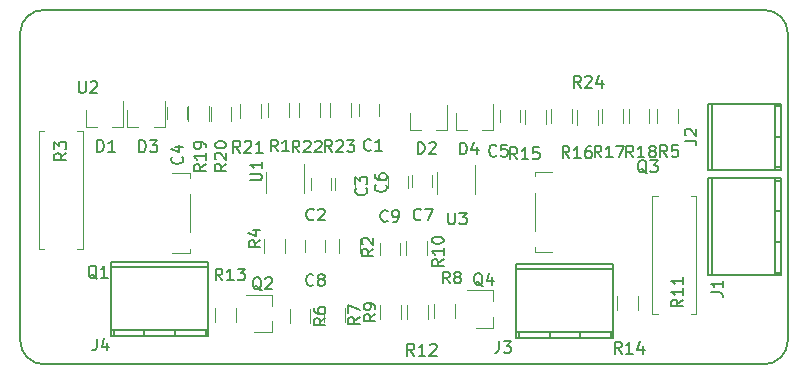
<source format=gto>
G04 #@! TF.FileFunction,Legend,Top*
%FSLAX46Y46*%
G04 Gerber Fmt 4.6, Leading zero omitted, Abs format (unit mm)*
G04 Created by KiCad (PCBNEW 4.0.7-e2-6376~61~ubuntu18.04.1) date Sat Feb 16 00:57:27 2019*
%MOMM*%
%LPD*%
G01*
G04 APERTURE LIST*
%ADD10C,0.100000*%
%ADD11C,0.120000*%
%ADD12C,0.150000*%
G04 APERTURE END LIST*
D10*
D11*
X128042700Y-99738300D02*
X128042700Y-100738300D01*
X129742700Y-100738300D02*
X129742700Y-99738300D01*
X130023900Y-99738300D02*
X130023900Y-100738300D01*
X131723900Y-100738300D02*
X131723900Y-99738300D01*
X129211840Y-105998640D02*
X129211840Y-104998640D01*
X127511840Y-104998640D02*
X127511840Y-105998640D01*
X108960000Y-95410000D02*
X109890000Y-95410000D01*
X112120000Y-95410000D02*
X111190000Y-95410000D01*
X112120000Y-95410000D02*
X112120000Y-93250000D01*
X108960000Y-95410000D02*
X108960000Y-93950000D01*
X112480000Y-95400000D02*
X113410000Y-95400000D01*
X115640000Y-95400000D02*
X114710000Y-95400000D01*
X115640000Y-95400000D02*
X115640000Y-93240000D01*
X112480000Y-95400000D02*
X112480000Y-93940000D01*
X124687000Y-112773320D02*
X124687000Y-111843320D01*
X124687000Y-109613320D02*
X124687000Y-110543320D01*
X124687000Y-109613320D02*
X122527000Y-109613320D01*
X124687000Y-112773320D02*
X123227000Y-112773320D01*
X132188240Y-104873240D02*
X132188240Y-106073240D01*
X130428240Y-106073240D02*
X130428240Y-104873240D01*
X124047760Y-106118960D02*
X124047760Y-104918960D01*
X125807760Y-104918960D02*
X125807760Y-106118960D01*
X126200000Y-112030000D02*
X126200000Y-110830000D01*
X127960000Y-110830000D02*
X127960000Y-112030000D01*
X129100000Y-111940000D02*
X129100000Y-110740000D01*
X130860000Y-110740000D02*
X130860000Y-111940000D01*
X119872000Y-111925400D02*
X119872000Y-110725400D01*
X121632000Y-110725400D02*
X121632000Y-111925400D01*
X124234700Y-99224000D02*
X124234700Y-101024000D01*
X127454700Y-101024000D02*
X127454700Y-98574000D01*
X132043200Y-93451800D02*
X132043200Y-94451800D01*
X133743200Y-94451800D02*
X133743200Y-93451800D01*
X117560000Y-94700000D02*
X117560000Y-93700000D01*
X115860000Y-93700000D02*
X115860000Y-94700000D01*
X144040000Y-93990000D02*
X144040000Y-94990000D01*
X145740000Y-94990000D02*
X145740000Y-93990000D01*
X134519700Y-99585900D02*
X134519700Y-100585900D01*
X136219700Y-100585900D02*
X136219700Y-99585900D01*
X136577100Y-99471600D02*
X136577100Y-100471600D01*
X138277100Y-100471600D02*
X138277100Y-99471600D01*
X133889780Y-105217080D02*
X133889780Y-106217080D01*
X135589780Y-106217080D02*
X135589780Y-105217080D01*
X136372880Y-95671920D02*
X137302880Y-95671920D01*
X139532880Y-95671920D02*
X138602880Y-95671920D01*
X139532880Y-95671920D02*
X139532880Y-93511920D01*
X136372880Y-95671920D02*
X136372880Y-94211920D01*
X140304800Y-95656680D02*
X141234800Y-95656680D01*
X143464800Y-95656680D02*
X142534800Y-95656680D01*
X143464800Y-95656680D02*
X143464800Y-93496680D01*
X140304800Y-95656680D02*
X140304800Y-94196680D01*
D12*
X161591200Y-99750440D02*
X161591200Y-107949560D01*
X161989980Y-99750440D02*
X161989980Y-107949560D01*
X167290960Y-99750440D02*
X167290960Y-107949560D01*
X167788800Y-107949560D02*
X167788800Y-99750440D01*
X167290960Y-102549520D02*
X167788800Y-102549520D01*
X167788800Y-107748900D02*
X167290960Y-107748900D01*
X167290960Y-99948560D02*
X167788800Y-99948560D01*
X167788800Y-105147940D02*
X167290960Y-105147940D01*
X167788800Y-99750440D02*
X161591200Y-99750440D01*
X161591200Y-107947020D02*
X167788800Y-107947020D01*
X167290960Y-93420920D02*
X167290960Y-99019080D01*
X167788800Y-98820960D02*
X167290960Y-98820960D01*
X167290960Y-93619040D02*
X167788800Y-93619040D01*
X167788800Y-96220000D02*
X167290960Y-96220000D01*
X161989980Y-99019080D02*
X161989980Y-93420920D01*
X167788800Y-99019080D02*
X167788800Y-93420920D01*
X167788800Y-93420920D02*
X161591200Y-93420920D01*
X161591200Y-93420920D02*
X161591200Y-99019080D01*
X161591200Y-99019080D02*
X167788800Y-99019080D01*
X153609560Y-107051200D02*
X145410440Y-107051200D01*
X153609560Y-107449980D02*
X145410440Y-107449980D01*
X153609560Y-112750960D02*
X145410440Y-112750960D01*
X145410440Y-113248800D02*
X153609560Y-113248800D01*
X150810480Y-112750960D02*
X150810480Y-113248800D01*
X145611100Y-113248800D02*
X145611100Y-112750960D01*
X153411440Y-112750960D02*
X153411440Y-113248800D01*
X148212060Y-113248800D02*
X148212060Y-112750960D01*
X153609560Y-113248800D02*
X153609560Y-107051200D01*
X145412980Y-107051200D02*
X145412980Y-113248800D01*
X119314360Y-106880400D02*
X111115240Y-106880400D01*
X119314360Y-107279180D02*
X111115240Y-107279180D01*
X119314360Y-112580160D02*
X111115240Y-112580160D01*
X111115240Y-113078000D02*
X119314360Y-113078000D01*
X116515280Y-112580160D02*
X116515280Y-113078000D01*
X111315900Y-113078000D02*
X111315900Y-112580160D01*
X119116240Y-112580160D02*
X119116240Y-113078000D01*
X113916860Y-113078000D02*
X113916860Y-112580160D01*
X119314360Y-113078000D02*
X119314360Y-106880400D01*
X111117780Y-106880400D02*
X111117780Y-113078000D01*
D11*
X117780000Y-105740000D02*
X117780000Y-106090000D01*
X117780000Y-106090000D02*
X116280000Y-106090000D01*
X117780000Y-101090000D02*
X117780000Y-104290000D01*
X116280000Y-99290000D02*
X117780000Y-99290000D01*
X117780000Y-99290000D02*
X117780000Y-99690000D01*
X146956720Y-99532560D02*
X146956720Y-99182560D01*
X146956720Y-99182560D02*
X148456720Y-99182560D01*
X146956720Y-104182560D02*
X146956720Y-100982560D01*
X148456720Y-105982560D02*
X146956720Y-105982560D01*
X146956720Y-105982560D02*
X146956720Y-105582560D01*
X143406800Y-112410100D02*
X143406800Y-111480100D01*
X143406800Y-109250100D02*
X143406800Y-110180100D01*
X143406800Y-109250100D02*
X141246800Y-109250100D01*
X143406800Y-112410100D02*
X141946800Y-112410100D01*
X126170000Y-93390000D02*
X126170000Y-94590000D01*
X124410000Y-94590000D02*
X124410000Y-93390000D01*
X157310000Y-95090000D02*
X157310000Y-93890000D01*
X159070000Y-93890000D02*
X159070000Y-95090000D01*
X138414000Y-111620600D02*
X138414000Y-110420600D01*
X140174000Y-110420600D02*
X140174000Y-111620600D01*
X135602000Y-110496800D02*
X135602000Y-111696800D01*
X133842000Y-111696800D02*
X133842000Y-110496800D01*
X137854980Y-105033260D02*
X137854980Y-106233260D01*
X136094980Y-106233260D02*
X136094980Y-105033260D01*
X136128000Y-111646000D02*
X136128000Y-110446000D01*
X137888000Y-110446000D02*
X137888000Y-111646000D01*
X155720000Y-109720000D02*
X155720000Y-110920000D01*
X153960000Y-110920000D02*
X153960000Y-109720000D01*
X146155920Y-95158480D02*
X146155920Y-93958480D01*
X147915920Y-93958480D02*
X147915920Y-95158480D01*
X148358100Y-95089900D02*
X148358100Y-93889900D01*
X150118100Y-93889900D02*
X150118100Y-95089900D01*
X152663400Y-95051800D02*
X152663400Y-93851800D01*
X154423400Y-93851800D02*
X154423400Y-95051800D01*
X154911300Y-95089900D02*
X154911300Y-93889900D01*
X156671300Y-93889900D02*
X156671300Y-95089900D01*
X119400000Y-93670000D02*
X119400000Y-94870000D01*
X117640000Y-94870000D02*
X117640000Y-93670000D01*
X121280000Y-93690000D02*
X121280000Y-94890000D01*
X119520000Y-94890000D02*
X119520000Y-93690000D01*
X123770000Y-93490000D02*
X123770000Y-94690000D01*
X122010000Y-94690000D02*
X122010000Y-93490000D01*
X128760000Y-93380000D02*
X128760000Y-94580000D01*
X127000000Y-94580000D02*
X127000000Y-93380000D01*
X131370000Y-93380000D02*
X131370000Y-94580000D01*
X129610000Y-94580000D02*
X129610000Y-93380000D01*
X152289800Y-94004200D02*
X152289800Y-95204200D01*
X150529800Y-95204200D02*
X150529800Y-94004200D01*
X138712700Y-99262100D02*
X138712700Y-101062100D01*
X141932700Y-101062100D02*
X141932700Y-98612100D01*
X105452800Y-105769000D02*
X104972800Y-105769000D01*
X104972800Y-105769000D02*
X104972800Y-95749000D01*
X104972800Y-95749000D02*
X105452800Y-95749000D01*
X108212800Y-105769000D02*
X108692800Y-105769000D01*
X108692800Y-105769000D02*
X108692800Y-95749000D01*
X108692800Y-95749000D02*
X108212800Y-95749000D01*
X157410000Y-111250000D02*
X156930000Y-111250000D01*
X156930000Y-111250000D02*
X156930000Y-101230000D01*
X156930000Y-101230000D02*
X157410000Y-101230000D01*
X160170000Y-111250000D02*
X160650000Y-111250000D01*
X160650000Y-111250000D02*
X160650000Y-101230000D01*
X160650000Y-101230000D02*
X160170000Y-101230000D01*
D12*
X166391100Y-115493600D02*
G75*
G03X168391100Y-113493600I0J2000000D01*
G01*
X168391100Y-87493600D02*
G75*
G03X166391100Y-85493600I-2000000J0D01*
G01*
X103391100Y-113493600D02*
G75*
G03X105391100Y-115493600I2000000J0D01*
G01*
X105491100Y-85493600D02*
G75*
G03X103391100Y-87393600I-100000J-2000000D01*
G01*
X103391100Y-87493600D02*
X103391100Y-113493600D01*
X168391100Y-87493600D02*
X168391100Y-113493600D01*
X105391100Y-115493600D02*
X166391100Y-115493600D01*
X105391100Y-85493600D02*
X166391100Y-85493600D01*
X128253334Y-103217143D02*
X128205715Y-103264762D01*
X128062858Y-103312381D01*
X127967620Y-103312381D01*
X127824762Y-103264762D01*
X127729524Y-103169524D01*
X127681905Y-103074286D01*
X127634286Y-102883810D01*
X127634286Y-102740952D01*
X127681905Y-102550476D01*
X127729524Y-102455238D01*
X127824762Y-102360000D01*
X127967620Y-102312381D01*
X128062858Y-102312381D01*
X128205715Y-102360000D01*
X128253334Y-102407619D01*
X128634286Y-102407619D02*
X128681905Y-102360000D01*
X128777143Y-102312381D01*
X129015239Y-102312381D01*
X129110477Y-102360000D01*
X129158096Y-102407619D01*
X129205715Y-102502857D01*
X129205715Y-102598095D01*
X129158096Y-102740952D01*
X128586667Y-103312381D01*
X129205715Y-103312381D01*
X132677143Y-100586666D02*
X132724762Y-100634285D01*
X132772381Y-100777142D01*
X132772381Y-100872380D01*
X132724762Y-101015238D01*
X132629524Y-101110476D01*
X132534286Y-101158095D01*
X132343810Y-101205714D01*
X132200952Y-101205714D01*
X132010476Y-101158095D01*
X131915238Y-101110476D01*
X131820000Y-101015238D01*
X131772381Y-100872380D01*
X131772381Y-100777142D01*
X131820000Y-100634285D01*
X131867619Y-100586666D01*
X131772381Y-100253333D02*
X131772381Y-99634285D01*
X132153333Y-99967619D01*
X132153333Y-99824761D01*
X132200952Y-99729523D01*
X132248571Y-99681904D01*
X132343810Y-99634285D01*
X132581905Y-99634285D01*
X132677143Y-99681904D01*
X132724762Y-99729523D01*
X132772381Y-99824761D01*
X132772381Y-100110476D01*
X132724762Y-100205714D01*
X132677143Y-100253333D01*
X128213334Y-108767143D02*
X128165715Y-108814762D01*
X128022858Y-108862381D01*
X127927620Y-108862381D01*
X127784762Y-108814762D01*
X127689524Y-108719524D01*
X127641905Y-108624286D01*
X127594286Y-108433810D01*
X127594286Y-108290952D01*
X127641905Y-108100476D01*
X127689524Y-108005238D01*
X127784762Y-107910000D01*
X127927620Y-107862381D01*
X128022858Y-107862381D01*
X128165715Y-107910000D01*
X128213334Y-107957619D01*
X128784762Y-108290952D02*
X128689524Y-108243333D01*
X128641905Y-108195714D01*
X128594286Y-108100476D01*
X128594286Y-108052857D01*
X128641905Y-107957619D01*
X128689524Y-107910000D01*
X128784762Y-107862381D01*
X128975239Y-107862381D01*
X129070477Y-107910000D01*
X129118096Y-107957619D01*
X129165715Y-108052857D01*
X129165715Y-108100476D01*
X129118096Y-108195714D01*
X129070477Y-108243333D01*
X128975239Y-108290952D01*
X128784762Y-108290952D01*
X128689524Y-108338571D01*
X128641905Y-108386190D01*
X128594286Y-108481429D01*
X128594286Y-108671905D01*
X128641905Y-108767143D01*
X128689524Y-108814762D01*
X128784762Y-108862381D01*
X128975239Y-108862381D01*
X129070477Y-108814762D01*
X129118096Y-108767143D01*
X129165715Y-108671905D01*
X129165715Y-108481429D01*
X129118096Y-108386190D01*
X129070477Y-108338571D01*
X128975239Y-108290952D01*
X109901905Y-97502381D02*
X109901905Y-96502381D01*
X110140000Y-96502381D01*
X110282858Y-96550000D01*
X110378096Y-96645238D01*
X110425715Y-96740476D01*
X110473334Y-96930952D01*
X110473334Y-97073810D01*
X110425715Y-97264286D01*
X110378096Y-97359524D01*
X110282858Y-97454762D01*
X110140000Y-97502381D01*
X109901905Y-97502381D01*
X111425715Y-97502381D02*
X110854286Y-97502381D01*
X111140000Y-97502381D02*
X111140000Y-96502381D01*
X111044762Y-96645238D01*
X110949524Y-96740476D01*
X110854286Y-96788095D01*
X113481905Y-97542381D02*
X113481905Y-96542381D01*
X113720000Y-96542381D01*
X113862858Y-96590000D01*
X113958096Y-96685238D01*
X114005715Y-96780476D01*
X114053334Y-96970952D01*
X114053334Y-97113810D01*
X114005715Y-97304286D01*
X113958096Y-97399524D01*
X113862858Y-97494762D01*
X113720000Y-97542381D01*
X113481905Y-97542381D01*
X114386667Y-96542381D02*
X115005715Y-96542381D01*
X114672381Y-96923333D01*
X114815239Y-96923333D01*
X114910477Y-96970952D01*
X114958096Y-97018571D01*
X115005715Y-97113810D01*
X115005715Y-97351905D01*
X114958096Y-97447143D01*
X114910477Y-97494762D01*
X114815239Y-97542381D01*
X114529524Y-97542381D01*
X114434286Y-97494762D01*
X114386667Y-97447143D01*
X123831762Y-109240939D02*
X123736524Y-109193320D01*
X123641286Y-109098082D01*
X123498429Y-108955225D01*
X123403190Y-108907606D01*
X123307952Y-108907606D01*
X123355571Y-109145701D02*
X123260333Y-109098082D01*
X123165095Y-109002844D01*
X123117476Y-108812368D01*
X123117476Y-108479034D01*
X123165095Y-108288558D01*
X123260333Y-108193320D01*
X123355571Y-108145701D01*
X123546048Y-108145701D01*
X123641286Y-108193320D01*
X123736524Y-108288558D01*
X123784143Y-108479034D01*
X123784143Y-108812368D01*
X123736524Y-109002844D01*
X123641286Y-109098082D01*
X123546048Y-109145701D01*
X123355571Y-109145701D01*
X124165095Y-108240939D02*
X124212714Y-108193320D01*
X124307952Y-108145701D01*
X124546048Y-108145701D01*
X124641286Y-108193320D01*
X124688905Y-108240939D01*
X124736524Y-108336177D01*
X124736524Y-108431415D01*
X124688905Y-108574272D01*
X124117476Y-109145701D01*
X124736524Y-109145701D01*
X133302381Y-105726666D02*
X132826190Y-106060000D01*
X133302381Y-106298095D02*
X132302381Y-106298095D01*
X132302381Y-105917142D01*
X132350000Y-105821904D01*
X132397619Y-105774285D01*
X132492857Y-105726666D01*
X132635714Y-105726666D01*
X132730952Y-105774285D01*
X132778571Y-105821904D01*
X132826190Y-105917142D01*
X132826190Y-106298095D01*
X132397619Y-105345714D02*
X132350000Y-105298095D01*
X132302381Y-105202857D01*
X132302381Y-104964761D01*
X132350000Y-104869523D01*
X132397619Y-104821904D01*
X132492857Y-104774285D01*
X132588095Y-104774285D01*
X132730952Y-104821904D01*
X133302381Y-105393333D01*
X133302381Y-104774285D01*
X123732381Y-105016666D02*
X123256190Y-105350000D01*
X123732381Y-105588095D02*
X122732381Y-105588095D01*
X122732381Y-105207142D01*
X122780000Y-105111904D01*
X122827619Y-105064285D01*
X122922857Y-105016666D01*
X123065714Y-105016666D01*
X123160952Y-105064285D01*
X123208571Y-105111904D01*
X123256190Y-105207142D01*
X123256190Y-105588095D01*
X123065714Y-104159523D02*
X123732381Y-104159523D01*
X122684762Y-104397619D02*
X123399048Y-104635714D01*
X123399048Y-104016666D01*
X129232381Y-111596666D02*
X128756190Y-111930000D01*
X129232381Y-112168095D02*
X128232381Y-112168095D01*
X128232381Y-111787142D01*
X128280000Y-111691904D01*
X128327619Y-111644285D01*
X128422857Y-111596666D01*
X128565714Y-111596666D01*
X128660952Y-111644285D01*
X128708571Y-111691904D01*
X128756190Y-111787142D01*
X128756190Y-112168095D01*
X128232381Y-110739523D02*
X128232381Y-110930000D01*
X128280000Y-111025238D01*
X128327619Y-111072857D01*
X128470476Y-111168095D01*
X128660952Y-111215714D01*
X129041905Y-111215714D01*
X129137143Y-111168095D01*
X129184762Y-111120476D01*
X129232381Y-111025238D01*
X129232381Y-110834761D01*
X129184762Y-110739523D01*
X129137143Y-110691904D01*
X129041905Y-110644285D01*
X128803810Y-110644285D01*
X128708571Y-110691904D01*
X128660952Y-110739523D01*
X128613333Y-110834761D01*
X128613333Y-111025238D01*
X128660952Y-111120476D01*
X128708571Y-111168095D01*
X128803810Y-111215714D01*
X132132381Y-111506666D02*
X131656190Y-111840000D01*
X132132381Y-112078095D02*
X131132381Y-112078095D01*
X131132381Y-111697142D01*
X131180000Y-111601904D01*
X131227619Y-111554285D01*
X131322857Y-111506666D01*
X131465714Y-111506666D01*
X131560952Y-111554285D01*
X131608571Y-111601904D01*
X131656190Y-111697142D01*
X131656190Y-112078095D01*
X131132381Y-111173333D02*
X131132381Y-110506666D01*
X132132381Y-110935238D01*
X120517143Y-108392381D02*
X120183809Y-107916190D01*
X119945714Y-108392381D02*
X119945714Y-107392381D01*
X120326667Y-107392381D01*
X120421905Y-107440000D01*
X120469524Y-107487619D01*
X120517143Y-107582857D01*
X120517143Y-107725714D01*
X120469524Y-107820952D01*
X120421905Y-107868571D01*
X120326667Y-107916190D01*
X119945714Y-107916190D01*
X121469524Y-108392381D02*
X120898095Y-108392381D01*
X121183809Y-108392381D02*
X121183809Y-107392381D01*
X121088571Y-107535238D01*
X120993333Y-107630476D01*
X120898095Y-107678095D01*
X121802857Y-107392381D02*
X122421905Y-107392381D01*
X122088571Y-107773333D01*
X122231429Y-107773333D01*
X122326667Y-107820952D01*
X122374286Y-107868571D01*
X122421905Y-107963810D01*
X122421905Y-108201905D01*
X122374286Y-108297143D01*
X122326667Y-108344762D01*
X122231429Y-108392381D01*
X121945714Y-108392381D01*
X121850476Y-108344762D01*
X121802857Y-108297143D01*
X122872381Y-99921905D02*
X123681905Y-99921905D01*
X123777143Y-99874286D01*
X123824762Y-99826667D01*
X123872381Y-99731429D01*
X123872381Y-99540952D01*
X123824762Y-99445714D01*
X123777143Y-99398095D01*
X123681905Y-99350476D01*
X122872381Y-99350476D01*
X123872381Y-98350476D02*
X123872381Y-98921905D01*
X123872381Y-98636191D02*
X122872381Y-98636191D01*
X123015238Y-98731429D01*
X123110476Y-98826667D01*
X123158095Y-98921905D01*
X133093334Y-97327143D02*
X133045715Y-97374762D01*
X132902858Y-97422381D01*
X132807620Y-97422381D01*
X132664762Y-97374762D01*
X132569524Y-97279524D01*
X132521905Y-97184286D01*
X132474286Y-96993810D01*
X132474286Y-96850952D01*
X132521905Y-96660476D01*
X132569524Y-96565238D01*
X132664762Y-96470000D01*
X132807620Y-96422381D01*
X132902858Y-96422381D01*
X133045715Y-96470000D01*
X133093334Y-96517619D01*
X134045715Y-97422381D02*
X133474286Y-97422381D01*
X133760000Y-97422381D02*
X133760000Y-96422381D01*
X133664762Y-96565238D01*
X133569524Y-96660476D01*
X133474286Y-96708095D01*
X117097143Y-97926666D02*
X117144762Y-97974285D01*
X117192381Y-98117142D01*
X117192381Y-98212380D01*
X117144762Y-98355238D01*
X117049524Y-98450476D01*
X116954286Y-98498095D01*
X116763810Y-98545714D01*
X116620952Y-98545714D01*
X116430476Y-98498095D01*
X116335238Y-98450476D01*
X116240000Y-98355238D01*
X116192381Y-98212380D01*
X116192381Y-98117142D01*
X116240000Y-97974285D01*
X116287619Y-97926666D01*
X116525714Y-97069523D02*
X117192381Y-97069523D01*
X116144762Y-97307619D02*
X116859048Y-97545714D01*
X116859048Y-96926666D01*
X143713334Y-97817143D02*
X143665715Y-97864762D01*
X143522858Y-97912381D01*
X143427620Y-97912381D01*
X143284762Y-97864762D01*
X143189524Y-97769524D01*
X143141905Y-97674286D01*
X143094286Y-97483810D01*
X143094286Y-97340952D01*
X143141905Y-97150476D01*
X143189524Y-97055238D01*
X143284762Y-96960000D01*
X143427620Y-96912381D01*
X143522858Y-96912381D01*
X143665715Y-96960000D01*
X143713334Y-97007619D01*
X144618096Y-96912381D02*
X144141905Y-96912381D01*
X144094286Y-97388571D01*
X144141905Y-97340952D01*
X144237143Y-97293333D01*
X144475239Y-97293333D01*
X144570477Y-97340952D01*
X144618096Y-97388571D01*
X144665715Y-97483810D01*
X144665715Y-97721905D01*
X144618096Y-97817143D01*
X144570477Y-97864762D01*
X144475239Y-97912381D01*
X144237143Y-97912381D01*
X144141905Y-97864762D01*
X144094286Y-97817143D01*
X134327143Y-100286666D02*
X134374762Y-100334285D01*
X134422381Y-100477142D01*
X134422381Y-100572380D01*
X134374762Y-100715238D01*
X134279524Y-100810476D01*
X134184286Y-100858095D01*
X133993810Y-100905714D01*
X133850952Y-100905714D01*
X133660476Y-100858095D01*
X133565238Y-100810476D01*
X133470000Y-100715238D01*
X133422381Y-100572380D01*
X133422381Y-100477142D01*
X133470000Y-100334285D01*
X133517619Y-100286666D01*
X133422381Y-99429523D02*
X133422381Y-99620000D01*
X133470000Y-99715238D01*
X133517619Y-99762857D01*
X133660476Y-99858095D01*
X133850952Y-99905714D01*
X134231905Y-99905714D01*
X134327143Y-99858095D01*
X134374762Y-99810476D01*
X134422381Y-99715238D01*
X134422381Y-99524761D01*
X134374762Y-99429523D01*
X134327143Y-99381904D01*
X134231905Y-99334285D01*
X133993810Y-99334285D01*
X133898571Y-99381904D01*
X133850952Y-99429523D01*
X133803333Y-99524761D01*
X133803333Y-99715238D01*
X133850952Y-99810476D01*
X133898571Y-99858095D01*
X133993810Y-99905714D01*
X137323334Y-103217143D02*
X137275715Y-103264762D01*
X137132858Y-103312381D01*
X137037620Y-103312381D01*
X136894762Y-103264762D01*
X136799524Y-103169524D01*
X136751905Y-103074286D01*
X136704286Y-102883810D01*
X136704286Y-102740952D01*
X136751905Y-102550476D01*
X136799524Y-102455238D01*
X136894762Y-102360000D01*
X137037620Y-102312381D01*
X137132858Y-102312381D01*
X137275715Y-102360000D01*
X137323334Y-102407619D01*
X137656667Y-102312381D02*
X138323334Y-102312381D01*
X137894762Y-103312381D01*
X134513334Y-103337143D02*
X134465715Y-103384762D01*
X134322858Y-103432381D01*
X134227620Y-103432381D01*
X134084762Y-103384762D01*
X133989524Y-103289524D01*
X133941905Y-103194286D01*
X133894286Y-103003810D01*
X133894286Y-102860952D01*
X133941905Y-102670476D01*
X133989524Y-102575238D01*
X134084762Y-102480000D01*
X134227620Y-102432381D01*
X134322858Y-102432381D01*
X134465715Y-102480000D01*
X134513334Y-102527619D01*
X134989524Y-103432381D02*
X135180000Y-103432381D01*
X135275239Y-103384762D01*
X135322858Y-103337143D01*
X135418096Y-103194286D01*
X135465715Y-103003810D01*
X135465715Y-102622857D01*
X135418096Y-102527619D01*
X135370477Y-102480000D01*
X135275239Y-102432381D01*
X135084762Y-102432381D01*
X134989524Y-102480000D01*
X134941905Y-102527619D01*
X134894286Y-102622857D01*
X134894286Y-102860952D01*
X134941905Y-102956190D01*
X134989524Y-103003810D01*
X135084762Y-103051429D01*
X135275239Y-103051429D01*
X135370477Y-103003810D01*
X135418096Y-102956190D01*
X135465715Y-102860952D01*
X137061905Y-97682381D02*
X137061905Y-96682381D01*
X137300000Y-96682381D01*
X137442858Y-96730000D01*
X137538096Y-96825238D01*
X137585715Y-96920476D01*
X137633334Y-97110952D01*
X137633334Y-97253810D01*
X137585715Y-97444286D01*
X137538096Y-97539524D01*
X137442858Y-97634762D01*
X137300000Y-97682381D01*
X137061905Y-97682381D01*
X138014286Y-96777619D02*
X138061905Y-96730000D01*
X138157143Y-96682381D01*
X138395239Y-96682381D01*
X138490477Y-96730000D01*
X138538096Y-96777619D01*
X138585715Y-96872857D01*
X138585715Y-96968095D01*
X138538096Y-97110952D01*
X137966667Y-97682381D01*
X138585715Y-97682381D01*
X140631905Y-97732381D02*
X140631905Y-96732381D01*
X140870000Y-96732381D01*
X141012858Y-96780000D01*
X141108096Y-96875238D01*
X141155715Y-96970476D01*
X141203334Y-97160952D01*
X141203334Y-97303810D01*
X141155715Y-97494286D01*
X141108096Y-97589524D01*
X141012858Y-97684762D01*
X140870000Y-97732381D01*
X140631905Y-97732381D01*
X142060477Y-97065714D02*
X142060477Y-97732381D01*
X141822381Y-96684762D02*
X141584286Y-97399048D01*
X142203334Y-97399048D01*
X161872381Y-109413333D02*
X162586667Y-109413333D01*
X162729524Y-109460953D01*
X162824762Y-109556191D01*
X162872381Y-109699048D01*
X162872381Y-109794286D01*
X162872381Y-108413333D02*
X162872381Y-108984762D01*
X162872381Y-108699048D02*
X161872381Y-108699048D01*
X162015238Y-108794286D01*
X162110476Y-108889524D01*
X162158095Y-108984762D01*
X159641501Y-96553333D02*
X160355787Y-96553333D01*
X160498644Y-96600953D01*
X160593882Y-96696191D01*
X160641501Y-96839048D01*
X160641501Y-96934286D01*
X159736739Y-96124762D02*
X159689120Y-96077143D01*
X159641501Y-95981905D01*
X159641501Y-95743809D01*
X159689120Y-95648571D01*
X159736739Y-95600952D01*
X159831977Y-95553333D01*
X159927215Y-95553333D01*
X160070072Y-95600952D01*
X160641501Y-96172381D01*
X160641501Y-95553333D01*
X143936667Y-113532381D02*
X143936667Y-114246667D01*
X143889047Y-114389524D01*
X143793809Y-114484762D01*
X143650952Y-114532381D01*
X143555714Y-114532381D01*
X144317619Y-113532381D02*
X144936667Y-113532381D01*
X144603333Y-113913333D01*
X144746191Y-113913333D01*
X144841429Y-113960952D01*
X144889048Y-114008571D01*
X144936667Y-114103810D01*
X144936667Y-114341905D01*
X144889048Y-114437143D01*
X144841429Y-114484762D01*
X144746191Y-114532381D01*
X144460476Y-114532381D01*
X144365238Y-114484762D01*
X144317619Y-114437143D01*
X109866667Y-113332381D02*
X109866667Y-114046667D01*
X109819047Y-114189524D01*
X109723809Y-114284762D01*
X109580952Y-114332381D01*
X109485714Y-114332381D01*
X110771429Y-113665714D02*
X110771429Y-114332381D01*
X110533333Y-113284762D02*
X110295238Y-113999048D01*
X110914286Y-113999048D01*
X109894762Y-108257619D02*
X109799524Y-108210000D01*
X109704286Y-108114762D01*
X109561429Y-107971905D01*
X109466190Y-107924286D01*
X109370952Y-107924286D01*
X109418571Y-108162381D02*
X109323333Y-108114762D01*
X109228095Y-108019524D01*
X109180476Y-107829048D01*
X109180476Y-107495714D01*
X109228095Y-107305238D01*
X109323333Y-107210000D01*
X109418571Y-107162381D01*
X109609048Y-107162381D01*
X109704286Y-107210000D01*
X109799524Y-107305238D01*
X109847143Y-107495714D01*
X109847143Y-107829048D01*
X109799524Y-108019524D01*
X109704286Y-108114762D01*
X109609048Y-108162381D01*
X109418571Y-108162381D01*
X110799524Y-108162381D02*
X110228095Y-108162381D01*
X110513809Y-108162381D02*
X110513809Y-107162381D01*
X110418571Y-107305238D01*
X110323333Y-107400476D01*
X110228095Y-107448095D01*
X156454762Y-99337619D02*
X156359524Y-99290000D01*
X156264286Y-99194762D01*
X156121429Y-99051905D01*
X156026190Y-99004286D01*
X155930952Y-99004286D01*
X155978571Y-99242381D02*
X155883333Y-99194762D01*
X155788095Y-99099524D01*
X155740476Y-98909048D01*
X155740476Y-98575714D01*
X155788095Y-98385238D01*
X155883333Y-98290000D01*
X155978571Y-98242381D01*
X156169048Y-98242381D01*
X156264286Y-98290000D01*
X156359524Y-98385238D01*
X156407143Y-98575714D01*
X156407143Y-98909048D01*
X156359524Y-99099524D01*
X156264286Y-99194762D01*
X156169048Y-99242381D01*
X155978571Y-99242381D01*
X156740476Y-98242381D02*
X157359524Y-98242381D01*
X157026190Y-98623333D01*
X157169048Y-98623333D01*
X157264286Y-98670952D01*
X157311905Y-98718571D01*
X157359524Y-98813810D01*
X157359524Y-99051905D01*
X157311905Y-99147143D01*
X157264286Y-99194762D01*
X157169048Y-99242381D01*
X156883333Y-99242381D01*
X156788095Y-99194762D01*
X156740476Y-99147143D01*
X142551562Y-108877719D02*
X142456324Y-108830100D01*
X142361086Y-108734862D01*
X142218229Y-108592005D01*
X142122990Y-108544386D01*
X142027752Y-108544386D01*
X142075371Y-108782481D02*
X141980133Y-108734862D01*
X141884895Y-108639624D01*
X141837276Y-108449148D01*
X141837276Y-108115814D01*
X141884895Y-107925338D01*
X141980133Y-107830100D01*
X142075371Y-107782481D01*
X142265848Y-107782481D01*
X142361086Y-107830100D01*
X142456324Y-107925338D01*
X142503943Y-108115814D01*
X142503943Y-108449148D01*
X142456324Y-108639624D01*
X142361086Y-108734862D01*
X142265848Y-108782481D01*
X142075371Y-108782481D01*
X143361086Y-108115814D02*
X143361086Y-108782481D01*
X143122990Y-107734862D02*
X142884895Y-108449148D01*
X143503943Y-108449148D01*
X125203334Y-97482381D02*
X124870000Y-97006190D01*
X124631905Y-97482381D02*
X124631905Y-96482381D01*
X125012858Y-96482381D01*
X125108096Y-96530000D01*
X125155715Y-96577619D01*
X125203334Y-96672857D01*
X125203334Y-96815714D01*
X125155715Y-96910952D01*
X125108096Y-96958571D01*
X125012858Y-97006190D01*
X124631905Y-97006190D01*
X126155715Y-97482381D02*
X125584286Y-97482381D01*
X125870000Y-97482381D02*
X125870000Y-96482381D01*
X125774762Y-96625238D01*
X125679524Y-96720476D01*
X125584286Y-96768095D01*
X158173334Y-97952381D02*
X157840000Y-97476190D01*
X157601905Y-97952381D02*
X157601905Y-96952381D01*
X157982858Y-96952381D01*
X158078096Y-97000000D01*
X158125715Y-97047619D01*
X158173334Y-97142857D01*
X158173334Y-97285714D01*
X158125715Y-97380952D01*
X158078096Y-97428571D01*
X157982858Y-97476190D01*
X157601905Y-97476190D01*
X159078096Y-96952381D02*
X158601905Y-96952381D01*
X158554286Y-97428571D01*
X158601905Y-97380952D01*
X158697143Y-97333333D01*
X158935239Y-97333333D01*
X159030477Y-97380952D01*
X159078096Y-97428571D01*
X159125715Y-97523810D01*
X159125715Y-97761905D01*
X159078096Y-97857143D01*
X159030477Y-97904762D01*
X158935239Y-97952381D01*
X158697143Y-97952381D01*
X158601905Y-97904762D01*
X158554286Y-97857143D01*
X139753334Y-108652381D02*
X139420000Y-108176190D01*
X139181905Y-108652381D02*
X139181905Y-107652381D01*
X139562858Y-107652381D01*
X139658096Y-107700000D01*
X139705715Y-107747619D01*
X139753334Y-107842857D01*
X139753334Y-107985714D01*
X139705715Y-108080952D01*
X139658096Y-108128571D01*
X139562858Y-108176190D01*
X139181905Y-108176190D01*
X140324762Y-108080952D02*
X140229524Y-108033333D01*
X140181905Y-107985714D01*
X140134286Y-107890476D01*
X140134286Y-107842857D01*
X140181905Y-107747619D01*
X140229524Y-107700000D01*
X140324762Y-107652381D01*
X140515239Y-107652381D01*
X140610477Y-107700000D01*
X140658096Y-107747619D01*
X140705715Y-107842857D01*
X140705715Y-107890476D01*
X140658096Y-107985714D01*
X140610477Y-108033333D01*
X140515239Y-108080952D01*
X140324762Y-108080952D01*
X140229524Y-108128571D01*
X140181905Y-108176190D01*
X140134286Y-108271429D01*
X140134286Y-108461905D01*
X140181905Y-108557143D01*
X140229524Y-108604762D01*
X140324762Y-108652381D01*
X140515239Y-108652381D01*
X140610477Y-108604762D01*
X140658096Y-108557143D01*
X140705715Y-108461905D01*
X140705715Y-108271429D01*
X140658096Y-108176190D01*
X140610477Y-108128571D01*
X140515239Y-108080952D01*
X133474381Y-111263466D02*
X132998190Y-111596800D01*
X133474381Y-111834895D02*
X132474381Y-111834895D01*
X132474381Y-111453942D01*
X132522000Y-111358704D01*
X132569619Y-111311085D01*
X132664857Y-111263466D01*
X132807714Y-111263466D01*
X132902952Y-111311085D01*
X132950571Y-111358704D01*
X132998190Y-111453942D01*
X132998190Y-111834895D01*
X133474381Y-110787276D02*
X133474381Y-110596800D01*
X133426762Y-110501561D01*
X133379143Y-110453942D01*
X133236286Y-110358704D01*
X133045810Y-110311085D01*
X132664857Y-110311085D01*
X132569619Y-110358704D01*
X132522000Y-110406323D01*
X132474381Y-110501561D01*
X132474381Y-110692038D01*
X132522000Y-110787276D01*
X132569619Y-110834895D01*
X132664857Y-110882514D01*
X132902952Y-110882514D01*
X132998190Y-110834895D01*
X133045810Y-110787276D01*
X133093429Y-110692038D01*
X133093429Y-110501561D01*
X133045810Y-110406323D01*
X132998190Y-110358704D01*
X132902952Y-110311085D01*
X139242381Y-106612857D02*
X138766190Y-106946191D01*
X139242381Y-107184286D02*
X138242381Y-107184286D01*
X138242381Y-106803333D01*
X138290000Y-106708095D01*
X138337619Y-106660476D01*
X138432857Y-106612857D01*
X138575714Y-106612857D01*
X138670952Y-106660476D01*
X138718571Y-106708095D01*
X138766190Y-106803333D01*
X138766190Y-107184286D01*
X139242381Y-105660476D02*
X139242381Y-106231905D01*
X139242381Y-105946191D02*
X138242381Y-105946191D01*
X138385238Y-106041429D01*
X138480476Y-106136667D01*
X138528095Y-106231905D01*
X138242381Y-105041429D02*
X138242381Y-104946190D01*
X138290000Y-104850952D01*
X138337619Y-104803333D01*
X138432857Y-104755714D01*
X138623333Y-104708095D01*
X138861429Y-104708095D01*
X139051905Y-104755714D01*
X139147143Y-104803333D01*
X139194762Y-104850952D01*
X139242381Y-104946190D01*
X139242381Y-105041429D01*
X139194762Y-105136667D01*
X139147143Y-105184286D01*
X139051905Y-105231905D01*
X138861429Y-105279524D01*
X138623333Y-105279524D01*
X138432857Y-105231905D01*
X138337619Y-105184286D01*
X138290000Y-105136667D01*
X138242381Y-105041429D01*
X136757143Y-114772381D02*
X136423809Y-114296190D01*
X136185714Y-114772381D02*
X136185714Y-113772381D01*
X136566667Y-113772381D01*
X136661905Y-113820000D01*
X136709524Y-113867619D01*
X136757143Y-113962857D01*
X136757143Y-114105714D01*
X136709524Y-114200952D01*
X136661905Y-114248571D01*
X136566667Y-114296190D01*
X136185714Y-114296190D01*
X137709524Y-114772381D02*
X137138095Y-114772381D01*
X137423809Y-114772381D02*
X137423809Y-113772381D01*
X137328571Y-113915238D01*
X137233333Y-114010476D01*
X137138095Y-114058095D01*
X138090476Y-113867619D02*
X138138095Y-113820000D01*
X138233333Y-113772381D01*
X138471429Y-113772381D01*
X138566667Y-113820000D01*
X138614286Y-113867619D01*
X138661905Y-113962857D01*
X138661905Y-114058095D01*
X138614286Y-114200952D01*
X138042857Y-114772381D01*
X138661905Y-114772381D01*
X154307143Y-114602381D02*
X153973809Y-114126190D01*
X153735714Y-114602381D02*
X153735714Y-113602381D01*
X154116667Y-113602381D01*
X154211905Y-113650000D01*
X154259524Y-113697619D01*
X154307143Y-113792857D01*
X154307143Y-113935714D01*
X154259524Y-114030952D01*
X154211905Y-114078571D01*
X154116667Y-114126190D01*
X153735714Y-114126190D01*
X155259524Y-114602381D02*
X154688095Y-114602381D01*
X154973809Y-114602381D02*
X154973809Y-113602381D01*
X154878571Y-113745238D01*
X154783333Y-113840476D01*
X154688095Y-113888095D01*
X156116667Y-113935714D02*
X156116667Y-114602381D01*
X155878571Y-113554762D02*
X155640476Y-114269048D01*
X156259524Y-114269048D01*
X145467143Y-98142381D02*
X145133809Y-97666190D01*
X144895714Y-98142381D02*
X144895714Y-97142381D01*
X145276667Y-97142381D01*
X145371905Y-97190000D01*
X145419524Y-97237619D01*
X145467143Y-97332857D01*
X145467143Y-97475714D01*
X145419524Y-97570952D01*
X145371905Y-97618571D01*
X145276667Y-97666190D01*
X144895714Y-97666190D01*
X146419524Y-98142381D02*
X145848095Y-98142381D01*
X146133809Y-98142381D02*
X146133809Y-97142381D01*
X146038571Y-97285238D01*
X145943333Y-97380476D01*
X145848095Y-97428095D01*
X147324286Y-97142381D02*
X146848095Y-97142381D01*
X146800476Y-97618571D01*
X146848095Y-97570952D01*
X146943333Y-97523333D01*
X147181429Y-97523333D01*
X147276667Y-97570952D01*
X147324286Y-97618571D01*
X147371905Y-97713810D01*
X147371905Y-97951905D01*
X147324286Y-98047143D01*
X147276667Y-98094762D01*
X147181429Y-98142381D01*
X146943333Y-98142381D01*
X146848095Y-98094762D01*
X146800476Y-98047143D01*
X149897143Y-98042381D02*
X149563809Y-97566190D01*
X149325714Y-98042381D02*
X149325714Y-97042381D01*
X149706667Y-97042381D01*
X149801905Y-97090000D01*
X149849524Y-97137619D01*
X149897143Y-97232857D01*
X149897143Y-97375714D01*
X149849524Y-97470952D01*
X149801905Y-97518571D01*
X149706667Y-97566190D01*
X149325714Y-97566190D01*
X150849524Y-98042381D02*
X150278095Y-98042381D01*
X150563809Y-98042381D02*
X150563809Y-97042381D01*
X150468571Y-97185238D01*
X150373333Y-97280476D01*
X150278095Y-97328095D01*
X151706667Y-97042381D02*
X151516190Y-97042381D01*
X151420952Y-97090000D01*
X151373333Y-97137619D01*
X151278095Y-97280476D01*
X151230476Y-97470952D01*
X151230476Y-97851905D01*
X151278095Y-97947143D01*
X151325714Y-97994762D01*
X151420952Y-98042381D01*
X151611429Y-98042381D01*
X151706667Y-97994762D01*
X151754286Y-97947143D01*
X151801905Y-97851905D01*
X151801905Y-97613810D01*
X151754286Y-97518571D01*
X151706667Y-97470952D01*
X151611429Y-97423333D01*
X151420952Y-97423333D01*
X151325714Y-97470952D01*
X151278095Y-97518571D01*
X151230476Y-97613810D01*
X152597143Y-97992381D02*
X152263809Y-97516190D01*
X152025714Y-97992381D02*
X152025714Y-96992381D01*
X152406667Y-96992381D01*
X152501905Y-97040000D01*
X152549524Y-97087619D01*
X152597143Y-97182857D01*
X152597143Y-97325714D01*
X152549524Y-97420952D01*
X152501905Y-97468571D01*
X152406667Y-97516190D01*
X152025714Y-97516190D01*
X153549524Y-97992381D02*
X152978095Y-97992381D01*
X153263809Y-97992381D02*
X153263809Y-96992381D01*
X153168571Y-97135238D01*
X153073333Y-97230476D01*
X152978095Y-97278095D01*
X153882857Y-96992381D02*
X154549524Y-96992381D01*
X154120952Y-97992381D01*
X155297143Y-97992381D02*
X154963809Y-97516190D01*
X154725714Y-97992381D02*
X154725714Y-96992381D01*
X155106667Y-96992381D01*
X155201905Y-97040000D01*
X155249524Y-97087619D01*
X155297143Y-97182857D01*
X155297143Y-97325714D01*
X155249524Y-97420952D01*
X155201905Y-97468571D01*
X155106667Y-97516190D01*
X154725714Y-97516190D01*
X156249524Y-97992381D02*
X155678095Y-97992381D01*
X155963809Y-97992381D02*
X155963809Y-96992381D01*
X155868571Y-97135238D01*
X155773333Y-97230476D01*
X155678095Y-97278095D01*
X156820952Y-97420952D02*
X156725714Y-97373333D01*
X156678095Y-97325714D01*
X156630476Y-97230476D01*
X156630476Y-97182857D01*
X156678095Y-97087619D01*
X156725714Y-97040000D01*
X156820952Y-96992381D01*
X157011429Y-96992381D01*
X157106667Y-97040000D01*
X157154286Y-97087619D01*
X157201905Y-97182857D01*
X157201905Y-97230476D01*
X157154286Y-97325714D01*
X157106667Y-97373333D01*
X157011429Y-97420952D01*
X156820952Y-97420952D01*
X156725714Y-97468571D01*
X156678095Y-97516190D01*
X156630476Y-97611429D01*
X156630476Y-97801905D01*
X156678095Y-97897143D01*
X156725714Y-97944762D01*
X156820952Y-97992381D01*
X157011429Y-97992381D01*
X157106667Y-97944762D01*
X157154286Y-97897143D01*
X157201905Y-97801905D01*
X157201905Y-97611429D01*
X157154286Y-97516190D01*
X157106667Y-97468571D01*
X157011429Y-97420952D01*
X119092381Y-98572857D02*
X118616190Y-98906191D01*
X119092381Y-99144286D02*
X118092381Y-99144286D01*
X118092381Y-98763333D01*
X118140000Y-98668095D01*
X118187619Y-98620476D01*
X118282857Y-98572857D01*
X118425714Y-98572857D01*
X118520952Y-98620476D01*
X118568571Y-98668095D01*
X118616190Y-98763333D01*
X118616190Y-99144286D01*
X119092381Y-97620476D02*
X119092381Y-98191905D01*
X119092381Y-97906191D02*
X118092381Y-97906191D01*
X118235238Y-98001429D01*
X118330476Y-98096667D01*
X118378095Y-98191905D01*
X119092381Y-97144286D02*
X119092381Y-96953810D01*
X119044762Y-96858571D01*
X118997143Y-96810952D01*
X118854286Y-96715714D01*
X118663810Y-96668095D01*
X118282857Y-96668095D01*
X118187619Y-96715714D01*
X118140000Y-96763333D01*
X118092381Y-96858571D01*
X118092381Y-97049048D01*
X118140000Y-97144286D01*
X118187619Y-97191905D01*
X118282857Y-97239524D01*
X118520952Y-97239524D01*
X118616190Y-97191905D01*
X118663810Y-97144286D01*
X118711429Y-97049048D01*
X118711429Y-96858571D01*
X118663810Y-96763333D01*
X118616190Y-96715714D01*
X118520952Y-96668095D01*
X120852381Y-98532857D02*
X120376190Y-98866191D01*
X120852381Y-99104286D02*
X119852381Y-99104286D01*
X119852381Y-98723333D01*
X119900000Y-98628095D01*
X119947619Y-98580476D01*
X120042857Y-98532857D01*
X120185714Y-98532857D01*
X120280952Y-98580476D01*
X120328571Y-98628095D01*
X120376190Y-98723333D01*
X120376190Y-99104286D01*
X119947619Y-98151905D02*
X119900000Y-98104286D01*
X119852381Y-98009048D01*
X119852381Y-97770952D01*
X119900000Y-97675714D01*
X119947619Y-97628095D01*
X120042857Y-97580476D01*
X120138095Y-97580476D01*
X120280952Y-97628095D01*
X120852381Y-98199524D01*
X120852381Y-97580476D01*
X119852381Y-96961429D02*
X119852381Y-96866190D01*
X119900000Y-96770952D01*
X119947619Y-96723333D01*
X120042857Y-96675714D01*
X120233333Y-96628095D01*
X120471429Y-96628095D01*
X120661905Y-96675714D01*
X120757143Y-96723333D01*
X120804762Y-96770952D01*
X120852381Y-96866190D01*
X120852381Y-96961429D01*
X120804762Y-97056667D01*
X120757143Y-97104286D01*
X120661905Y-97151905D01*
X120471429Y-97199524D01*
X120233333Y-97199524D01*
X120042857Y-97151905D01*
X119947619Y-97104286D01*
X119900000Y-97056667D01*
X119852381Y-96961429D01*
X122027143Y-97582381D02*
X121693809Y-97106190D01*
X121455714Y-97582381D02*
X121455714Y-96582381D01*
X121836667Y-96582381D01*
X121931905Y-96630000D01*
X121979524Y-96677619D01*
X122027143Y-96772857D01*
X122027143Y-96915714D01*
X121979524Y-97010952D01*
X121931905Y-97058571D01*
X121836667Y-97106190D01*
X121455714Y-97106190D01*
X122408095Y-96677619D02*
X122455714Y-96630000D01*
X122550952Y-96582381D01*
X122789048Y-96582381D01*
X122884286Y-96630000D01*
X122931905Y-96677619D01*
X122979524Y-96772857D01*
X122979524Y-96868095D01*
X122931905Y-97010952D01*
X122360476Y-97582381D01*
X122979524Y-97582381D01*
X123931905Y-97582381D02*
X123360476Y-97582381D01*
X123646190Y-97582381D02*
X123646190Y-96582381D01*
X123550952Y-96725238D01*
X123455714Y-96820476D01*
X123360476Y-96868095D01*
X127027143Y-97562381D02*
X126693809Y-97086190D01*
X126455714Y-97562381D02*
X126455714Y-96562381D01*
X126836667Y-96562381D01*
X126931905Y-96610000D01*
X126979524Y-96657619D01*
X127027143Y-96752857D01*
X127027143Y-96895714D01*
X126979524Y-96990952D01*
X126931905Y-97038571D01*
X126836667Y-97086190D01*
X126455714Y-97086190D01*
X127408095Y-96657619D02*
X127455714Y-96610000D01*
X127550952Y-96562381D01*
X127789048Y-96562381D01*
X127884286Y-96610000D01*
X127931905Y-96657619D01*
X127979524Y-96752857D01*
X127979524Y-96848095D01*
X127931905Y-96990952D01*
X127360476Y-97562381D01*
X127979524Y-97562381D01*
X128360476Y-96657619D02*
X128408095Y-96610000D01*
X128503333Y-96562381D01*
X128741429Y-96562381D01*
X128836667Y-96610000D01*
X128884286Y-96657619D01*
X128931905Y-96752857D01*
X128931905Y-96848095D01*
X128884286Y-96990952D01*
X128312857Y-97562381D01*
X128931905Y-97562381D01*
X129787143Y-97522381D02*
X129453809Y-97046190D01*
X129215714Y-97522381D02*
X129215714Y-96522381D01*
X129596667Y-96522381D01*
X129691905Y-96570000D01*
X129739524Y-96617619D01*
X129787143Y-96712857D01*
X129787143Y-96855714D01*
X129739524Y-96950952D01*
X129691905Y-96998571D01*
X129596667Y-97046190D01*
X129215714Y-97046190D01*
X130168095Y-96617619D02*
X130215714Y-96570000D01*
X130310952Y-96522381D01*
X130549048Y-96522381D01*
X130644286Y-96570000D01*
X130691905Y-96617619D01*
X130739524Y-96712857D01*
X130739524Y-96808095D01*
X130691905Y-96950952D01*
X130120476Y-97522381D01*
X130739524Y-97522381D01*
X131072857Y-96522381D02*
X131691905Y-96522381D01*
X131358571Y-96903333D01*
X131501429Y-96903333D01*
X131596667Y-96950952D01*
X131644286Y-96998571D01*
X131691905Y-97093810D01*
X131691905Y-97331905D01*
X131644286Y-97427143D01*
X131596667Y-97474762D01*
X131501429Y-97522381D01*
X131215714Y-97522381D01*
X131120476Y-97474762D01*
X131072857Y-97427143D01*
X150847143Y-92082381D02*
X150513809Y-91606190D01*
X150275714Y-92082381D02*
X150275714Y-91082381D01*
X150656667Y-91082381D01*
X150751905Y-91130000D01*
X150799524Y-91177619D01*
X150847143Y-91272857D01*
X150847143Y-91415714D01*
X150799524Y-91510952D01*
X150751905Y-91558571D01*
X150656667Y-91606190D01*
X150275714Y-91606190D01*
X151228095Y-91177619D02*
X151275714Y-91130000D01*
X151370952Y-91082381D01*
X151609048Y-91082381D01*
X151704286Y-91130000D01*
X151751905Y-91177619D01*
X151799524Y-91272857D01*
X151799524Y-91368095D01*
X151751905Y-91510952D01*
X151180476Y-92082381D01*
X151799524Y-92082381D01*
X152656667Y-91415714D02*
X152656667Y-92082381D01*
X152418571Y-91034762D02*
X152180476Y-91749048D01*
X152799524Y-91749048D01*
X139628095Y-102662381D02*
X139628095Y-103471905D01*
X139675714Y-103567143D01*
X139723333Y-103614762D01*
X139818571Y-103662381D01*
X140009048Y-103662381D01*
X140104286Y-103614762D01*
X140151905Y-103567143D01*
X140199524Y-103471905D01*
X140199524Y-102662381D01*
X140580476Y-102662381D02*
X141199524Y-102662381D01*
X140866190Y-103043333D01*
X141009048Y-103043333D01*
X141104286Y-103090952D01*
X141151905Y-103138571D01*
X141199524Y-103233810D01*
X141199524Y-103471905D01*
X141151905Y-103567143D01*
X141104286Y-103614762D01*
X141009048Y-103662381D01*
X140723333Y-103662381D01*
X140628095Y-103614762D01*
X140580476Y-103567143D01*
X107292381Y-97616666D02*
X106816190Y-97950000D01*
X107292381Y-98188095D02*
X106292381Y-98188095D01*
X106292381Y-97807142D01*
X106340000Y-97711904D01*
X106387619Y-97664285D01*
X106482857Y-97616666D01*
X106625714Y-97616666D01*
X106720952Y-97664285D01*
X106768571Y-97711904D01*
X106816190Y-97807142D01*
X106816190Y-98188095D01*
X106292381Y-97283333D02*
X106292381Y-96664285D01*
X106673333Y-96997619D01*
X106673333Y-96854761D01*
X106720952Y-96759523D01*
X106768571Y-96711904D01*
X106863810Y-96664285D01*
X107101905Y-96664285D01*
X107197143Y-96711904D01*
X107244762Y-96759523D01*
X107292381Y-96854761D01*
X107292381Y-97140476D01*
X107244762Y-97235714D01*
X107197143Y-97283333D01*
X159522381Y-110032857D02*
X159046190Y-110366191D01*
X159522381Y-110604286D02*
X158522381Y-110604286D01*
X158522381Y-110223333D01*
X158570000Y-110128095D01*
X158617619Y-110080476D01*
X158712857Y-110032857D01*
X158855714Y-110032857D01*
X158950952Y-110080476D01*
X158998571Y-110128095D01*
X159046190Y-110223333D01*
X159046190Y-110604286D01*
X159522381Y-109080476D02*
X159522381Y-109651905D01*
X159522381Y-109366191D02*
X158522381Y-109366191D01*
X158665238Y-109461429D01*
X158760476Y-109556667D01*
X158808095Y-109651905D01*
X159522381Y-108128095D02*
X159522381Y-108699524D01*
X159522381Y-108413810D02*
X158522381Y-108413810D01*
X158665238Y-108509048D01*
X158760476Y-108604286D01*
X158808095Y-108699524D01*
X108368095Y-91512381D02*
X108368095Y-92321905D01*
X108415714Y-92417143D01*
X108463333Y-92464762D01*
X108558571Y-92512381D01*
X108749048Y-92512381D01*
X108844286Y-92464762D01*
X108891905Y-92417143D01*
X108939524Y-92321905D01*
X108939524Y-91512381D01*
X109368095Y-91607619D02*
X109415714Y-91560000D01*
X109510952Y-91512381D01*
X109749048Y-91512381D01*
X109844286Y-91560000D01*
X109891905Y-91607619D01*
X109939524Y-91702857D01*
X109939524Y-91798095D01*
X109891905Y-91940952D01*
X109320476Y-92512381D01*
X109939524Y-92512381D01*
M02*

</source>
